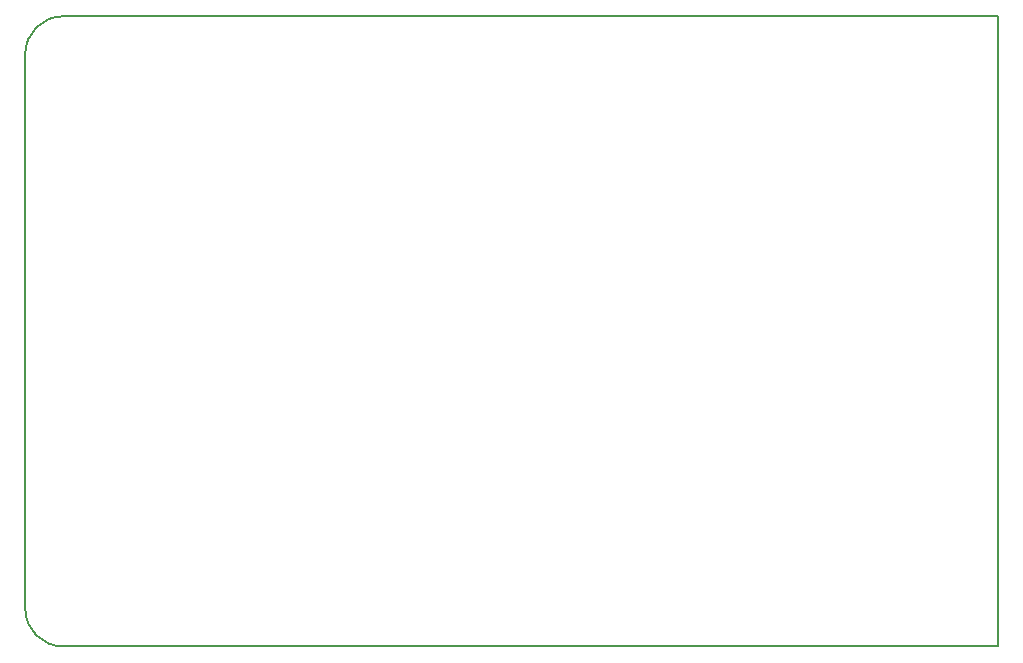
<source format=gbr>
G04 #@! TF.GenerationSoftware,KiCad,Pcbnew,(5.1.4)-1*
G04 #@! TF.CreationDate,2020-04-22T13:58:57+02:00*
G04 #@! TF.ProjectId,sara-rx-ab,73617261-2d72-4782-9d61-622e6b696361,rev?*
G04 #@! TF.SameCoordinates,Original*
G04 #@! TF.FileFunction,Profile,NP*
%FSLAX46Y46*%
G04 Gerber Fmt 4.6, Leading zero omitted, Abs format (unit mm)*
G04 Created by KiCad (PCBNEW (5.1.4)-1) date 2020-04-22 13:58:57*
%MOMM*%
%LPD*%
G04 APERTURE LIST*
%ADD10C,0.150000*%
G04 APERTURE END LIST*
D10*
X193373000Y-126365000D02*
X193373000Y-73025000D01*
X110998000Y-76200000D02*
G75*
G02X114173000Y-73025000I3175000J0D01*
G01*
X114173000Y-126365000D02*
G75*
G02X110998000Y-123190000I0J3175000D01*
G01*
X114173000Y-126365000D02*
X193373000Y-126365000D01*
X110998000Y-76200000D02*
X110998000Y-123190000D01*
X193373000Y-73025000D02*
X114173000Y-73025000D01*
M02*

</source>
